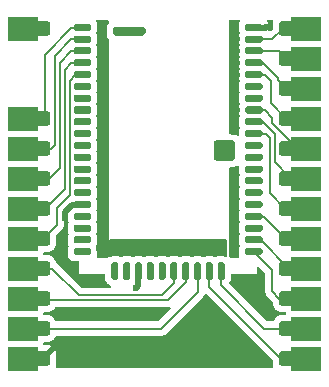
<source format=gtl>
G04 #@! TF.GenerationSoftware,KiCad,Pcbnew,9.0.1+1*
G04 #@! TF.CreationDate,2025-11-12T15:34:39+00:00*
G04 #@! TF.ProjectId,bluetooth,626c7565-746f-46f7-9468-2e6b69636164,rev?*
G04 #@! TF.SameCoordinates,Original*
G04 #@! TF.FileFunction,Copper,L1,Top*
G04 #@! TF.FilePolarity,Positive*
%FSLAX46Y46*%
G04 Gerber Fmt 4.6, Leading zero omitted, Abs format (unit mm)*
G04 Created by KiCad (PCBNEW 9.0.1+1) date 2025-11-12 15:34:39*
%MOMM*%
%LPD*%
G01*
G04 APERTURE LIST*
G04 #@! TA.AperFunction,CastellatedPad*
%ADD10R,2.540000X2.000000*%
G04 #@! TD*
G04 #@! TA.AperFunction,ViaPad*
%ADD11C,0.600000*%
G04 #@! TD*
G04 #@! TA.AperFunction,Conductor*
%ADD12C,0.200000*%
G04 #@! TD*
G04 #@! TA.AperFunction,Conductor*
%ADD13C,0.500000*%
G04 #@! TD*
G04 APERTURE END LIST*
G04 #@! TA.AperFunction,SMDPad,CuDef*
G36*
G01*
X101551000Y-57632000D02*
X101551000Y-57332000D01*
G75*
G02*
X101701000Y-57182000I150000J0D01*
G01*
X102901000Y-57182000D01*
G75*
G02*
X103051000Y-57332000I0J-150000D01*
G01*
X103051000Y-57632000D01*
G75*
G02*
X102901000Y-57782000I-150000J0D01*
G01*
X101701000Y-57782000D01*
G75*
G02*
X101551000Y-57632000I0J150000D01*
G01*
G37*
G04 #@! TD.AperFunction*
G04 #@! TA.AperFunction,SMDPad,CuDef*
G36*
G01*
X101551000Y-58632000D02*
X101551000Y-58332000D01*
G75*
G02*
X101701000Y-58182000I150000J0D01*
G01*
X102901000Y-58182000D01*
G75*
G02*
X103051000Y-58332000I0J-150000D01*
G01*
X103051000Y-58632000D01*
G75*
G02*
X102901000Y-58782000I-150000J0D01*
G01*
X101701000Y-58782000D01*
G75*
G02*
X101551000Y-58632000I0J150000D01*
G01*
G37*
G04 #@! TD.AperFunction*
G04 #@! TA.AperFunction,SMDPad,CuDef*
G36*
G01*
X101551000Y-59632000D02*
X101551000Y-59332000D01*
G75*
G02*
X101701000Y-59182000I150000J0D01*
G01*
X102901000Y-59182000D01*
G75*
G02*
X103051000Y-59332000I0J-150000D01*
G01*
X103051000Y-59632000D01*
G75*
G02*
X102901000Y-59782000I-150000J0D01*
G01*
X101701000Y-59782000D01*
G75*
G02*
X101551000Y-59632000I0J150000D01*
G01*
G37*
G04 #@! TD.AperFunction*
G04 #@! TA.AperFunction,SMDPad,CuDef*
G36*
G01*
X101551000Y-60632000D02*
X101551000Y-60332000D01*
G75*
G02*
X101701000Y-60182000I150000J0D01*
G01*
X102901000Y-60182000D01*
G75*
G02*
X103051000Y-60332000I0J-150000D01*
G01*
X103051000Y-60632000D01*
G75*
G02*
X102901000Y-60782000I-150000J0D01*
G01*
X101701000Y-60782000D01*
G75*
G02*
X101551000Y-60632000I0J150000D01*
G01*
G37*
G04 #@! TD.AperFunction*
G04 #@! TA.AperFunction,SMDPad,CuDef*
G36*
G01*
X101551000Y-61632000D02*
X101551000Y-61332000D01*
G75*
G02*
X101701000Y-61182000I150000J0D01*
G01*
X102901000Y-61182000D01*
G75*
G02*
X103051000Y-61332000I0J-150000D01*
G01*
X103051000Y-61632000D01*
G75*
G02*
X102901000Y-61782000I-150000J0D01*
G01*
X101701000Y-61782000D01*
G75*
G02*
X101551000Y-61632000I0J150000D01*
G01*
G37*
G04 #@! TD.AperFunction*
G04 #@! TA.AperFunction,SMDPad,CuDef*
G36*
G01*
X101551000Y-62632000D02*
X101551000Y-62332000D01*
G75*
G02*
X101701000Y-62182000I150000J0D01*
G01*
X102901000Y-62182000D01*
G75*
G02*
X103051000Y-62332000I0J-150000D01*
G01*
X103051000Y-62632000D01*
G75*
G02*
X102901000Y-62782000I-150000J0D01*
G01*
X101701000Y-62782000D01*
G75*
G02*
X101551000Y-62632000I0J150000D01*
G01*
G37*
G04 #@! TD.AperFunction*
G04 #@! TA.AperFunction,SMDPad,CuDef*
G36*
G01*
X101551000Y-63632000D02*
X101551000Y-63332000D01*
G75*
G02*
X101701000Y-63182000I150000J0D01*
G01*
X102901000Y-63182000D01*
G75*
G02*
X103051000Y-63332000I0J-150000D01*
G01*
X103051000Y-63632000D01*
G75*
G02*
X102901000Y-63782000I-150000J0D01*
G01*
X101701000Y-63782000D01*
G75*
G02*
X101551000Y-63632000I0J150000D01*
G01*
G37*
G04 #@! TD.AperFunction*
G04 #@! TA.AperFunction,SMDPad,CuDef*
G36*
G01*
X101551000Y-64632000D02*
X101551000Y-64332000D01*
G75*
G02*
X101701000Y-64182000I150000J0D01*
G01*
X102901000Y-64182000D01*
G75*
G02*
X103051000Y-64332000I0J-150000D01*
G01*
X103051000Y-64632000D01*
G75*
G02*
X102901000Y-64782000I-150000J0D01*
G01*
X101701000Y-64782000D01*
G75*
G02*
X101551000Y-64632000I0J150000D01*
G01*
G37*
G04 #@! TD.AperFunction*
G04 #@! TA.AperFunction,SMDPad,CuDef*
G36*
G01*
X101551000Y-65632000D02*
X101551000Y-65332000D01*
G75*
G02*
X101701000Y-65182000I150000J0D01*
G01*
X102901000Y-65182000D01*
G75*
G02*
X103051000Y-65332000I0J-150000D01*
G01*
X103051000Y-65632000D01*
G75*
G02*
X102901000Y-65782000I-150000J0D01*
G01*
X101701000Y-65782000D01*
G75*
G02*
X101551000Y-65632000I0J150000D01*
G01*
G37*
G04 #@! TD.AperFunction*
G04 #@! TA.AperFunction,SMDPad,CuDef*
G36*
G01*
X101551000Y-66632000D02*
X101551000Y-66332000D01*
G75*
G02*
X101701000Y-66182000I150000J0D01*
G01*
X102901000Y-66182000D01*
G75*
G02*
X103051000Y-66332000I0J-150000D01*
G01*
X103051000Y-66632000D01*
G75*
G02*
X102901000Y-66782000I-150000J0D01*
G01*
X101701000Y-66782000D01*
G75*
G02*
X101551000Y-66632000I0J150000D01*
G01*
G37*
G04 #@! TD.AperFunction*
G04 #@! TA.AperFunction,SMDPad,CuDef*
G36*
G01*
X101551000Y-67632000D02*
X101551000Y-67332000D01*
G75*
G02*
X101701000Y-67182000I150000J0D01*
G01*
X102901000Y-67182000D01*
G75*
G02*
X103051000Y-67332000I0J-150000D01*
G01*
X103051000Y-67632000D01*
G75*
G02*
X102901000Y-67782000I-150000J0D01*
G01*
X101701000Y-67782000D01*
G75*
G02*
X101551000Y-67632000I0J150000D01*
G01*
G37*
G04 #@! TD.AperFunction*
G04 #@! TA.AperFunction,SMDPad,CuDef*
G36*
G01*
X101551000Y-68632000D02*
X101551000Y-68332000D01*
G75*
G02*
X101701000Y-68182000I150000J0D01*
G01*
X102901000Y-68182000D01*
G75*
G02*
X103051000Y-68332000I0J-150000D01*
G01*
X103051000Y-68632000D01*
G75*
G02*
X102901000Y-68782000I-150000J0D01*
G01*
X101701000Y-68782000D01*
G75*
G02*
X101551000Y-68632000I0J150000D01*
G01*
G37*
G04 #@! TD.AperFunction*
G04 #@! TA.AperFunction,SMDPad,CuDef*
G36*
G01*
X101551000Y-69632000D02*
X101551000Y-69332000D01*
G75*
G02*
X101701000Y-69182000I150000J0D01*
G01*
X102901000Y-69182000D01*
G75*
G02*
X103051000Y-69332000I0J-150000D01*
G01*
X103051000Y-69632000D01*
G75*
G02*
X102901000Y-69782000I-150000J0D01*
G01*
X101701000Y-69782000D01*
G75*
G02*
X101551000Y-69632000I0J150000D01*
G01*
G37*
G04 #@! TD.AperFunction*
G04 #@! TA.AperFunction,SMDPad,CuDef*
G36*
G01*
X101551000Y-70632000D02*
X101551000Y-70332000D01*
G75*
G02*
X101701000Y-70182000I150000J0D01*
G01*
X102901000Y-70182000D01*
G75*
G02*
X103051000Y-70332000I0J-150000D01*
G01*
X103051000Y-70632000D01*
G75*
G02*
X102901000Y-70782000I-150000J0D01*
G01*
X101701000Y-70782000D01*
G75*
G02*
X101551000Y-70632000I0J150000D01*
G01*
G37*
G04 #@! TD.AperFunction*
G04 #@! TA.AperFunction,SMDPad,CuDef*
G36*
G01*
X101551000Y-71632000D02*
X101551000Y-71332000D01*
G75*
G02*
X101701000Y-71182000I150000J0D01*
G01*
X102901000Y-71182000D01*
G75*
G02*
X103051000Y-71332000I0J-150000D01*
G01*
X103051000Y-71632000D01*
G75*
G02*
X102901000Y-71782000I-150000J0D01*
G01*
X101701000Y-71782000D01*
G75*
G02*
X101551000Y-71632000I0J150000D01*
G01*
G37*
G04 #@! TD.AperFunction*
G04 #@! TA.AperFunction,SMDPad,CuDef*
G36*
G01*
X101551000Y-72632000D02*
X101551000Y-72332000D01*
G75*
G02*
X101701000Y-72182000I150000J0D01*
G01*
X102901000Y-72182000D01*
G75*
G02*
X103051000Y-72332000I0J-150000D01*
G01*
X103051000Y-72632000D01*
G75*
G02*
X102901000Y-72782000I-150000J0D01*
G01*
X101701000Y-72782000D01*
G75*
G02*
X101551000Y-72632000I0J150000D01*
G01*
G37*
G04 #@! TD.AperFunction*
G04 #@! TA.AperFunction,SMDPad,CuDef*
G36*
G01*
X101551000Y-73632000D02*
X101551000Y-73332000D01*
G75*
G02*
X101701000Y-73182000I150000J0D01*
G01*
X102901000Y-73182000D01*
G75*
G02*
X103051000Y-73332000I0J-150000D01*
G01*
X103051000Y-73632000D01*
G75*
G02*
X102901000Y-73782000I-150000J0D01*
G01*
X101701000Y-73782000D01*
G75*
G02*
X101551000Y-73632000I0J150000D01*
G01*
G37*
G04 #@! TD.AperFunction*
G04 #@! TA.AperFunction,SMDPad,CuDef*
G36*
G01*
X101551000Y-74632000D02*
X101551000Y-74332000D01*
G75*
G02*
X101701000Y-74182000I150000J0D01*
G01*
X102901000Y-74182000D01*
G75*
G02*
X103051000Y-74332000I0J-150000D01*
G01*
X103051000Y-74632000D01*
G75*
G02*
X102901000Y-74782000I-150000J0D01*
G01*
X101701000Y-74782000D01*
G75*
G02*
X101551000Y-74632000I0J150000D01*
G01*
G37*
G04 #@! TD.AperFunction*
G04 #@! TA.AperFunction,SMDPad,CuDef*
G36*
G01*
X101551000Y-75632000D02*
X101551000Y-75332000D01*
G75*
G02*
X101701000Y-75182000I150000J0D01*
G01*
X102901000Y-75182000D01*
G75*
G02*
X103051000Y-75332000I0J-150000D01*
G01*
X103051000Y-75632000D01*
G75*
G02*
X102901000Y-75782000I-150000J0D01*
G01*
X101701000Y-75782000D01*
G75*
G02*
X101551000Y-75632000I0J150000D01*
G01*
G37*
G04 #@! TD.AperFunction*
G04 #@! TA.AperFunction,SMDPad,CuDef*
G36*
G01*
X101551000Y-76632000D02*
X101551000Y-76332000D01*
G75*
G02*
X101701000Y-76182000I150000J0D01*
G01*
X102901000Y-76182000D01*
G75*
G02*
X103051000Y-76332000I0J-150000D01*
G01*
X103051000Y-76632000D01*
G75*
G02*
X102901000Y-76782000I-150000J0D01*
G01*
X101701000Y-76782000D01*
G75*
G02*
X101551000Y-76632000I0J150000D01*
G01*
G37*
G04 #@! TD.AperFunction*
G04 #@! TA.AperFunction,SMDPad,CuDef*
G36*
G01*
X104751000Y-78732000D02*
X104751000Y-77532000D01*
G75*
G02*
X104901000Y-77382000I150000J0D01*
G01*
X105201000Y-77382000D01*
G75*
G02*
X105351000Y-77532000I0J-150000D01*
G01*
X105351000Y-78732000D01*
G75*
G02*
X105201000Y-78882000I-150000J0D01*
G01*
X104901000Y-78882000D01*
G75*
G02*
X104751000Y-78732000I0J150000D01*
G01*
G37*
G04 #@! TD.AperFunction*
G04 #@! TA.AperFunction,SMDPad,CuDef*
G36*
G01*
X105751000Y-78732000D02*
X105751000Y-77532000D01*
G75*
G02*
X105901000Y-77382000I150000J0D01*
G01*
X106201000Y-77382000D01*
G75*
G02*
X106351000Y-77532000I0J-150000D01*
G01*
X106351000Y-78732000D01*
G75*
G02*
X106201000Y-78882000I-150000J0D01*
G01*
X105901000Y-78882000D01*
G75*
G02*
X105751000Y-78732000I0J150000D01*
G01*
G37*
G04 #@! TD.AperFunction*
G04 #@! TA.AperFunction,SMDPad,CuDef*
G36*
G01*
X106751000Y-78732000D02*
X106751000Y-77532000D01*
G75*
G02*
X106901000Y-77382000I150000J0D01*
G01*
X107201000Y-77382000D01*
G75*
G02*
X107351000Y-77532000I0J-150000D01*
G01*
X107351000Y-78732000D01*
G75*
G02*
X107201000Y-78882000I-150000J0D01*
G01*
X106901000Y-78882000D01*
G75*
G02*
X106751000Y-78732000I0J150000D01*
G01*
G37*
G04 #@! TD.AperFunction*
G04 #@! TA.AperFunction,SMDPad,CuDef*
G36*
G01*
X107751000Y-78732000D02*
X107751000Y-77532000D01*
G75*
G02*
X107901000Y-77382000I150000J0D01*
G01*
X108201000Y-77382000D01*
G75*
G02*
X108351000Y-77532000I0J-150000D01*
G01*
X108351000Y-78732000D01*
G75*
G02*
X108201000Y-78882000I-150000J0D01*
G01*
X107901000Y-78882000D01*
G75*
G02*
X107751000Y-78732000I0J150000D01*
G01*
G37*
G04 #@! TD.AperFunction*
G04 #@! TA.AperFunction,SMDPad,CuDef*
G36*
G01*
X108751000Y-78732000D02*
X108751000Y-77532000D01*
G75*
G02*
X108901000Y-77382000I150000J0D01*
G01*
X109201000Y-77382000D01*
G75*
G02*
X109351000Y-77532000I0J-150000D01*
G01*
X109351000Y-78732000D01*
G75*
G02*
X109201000Y-78882000I-150000J0D01*
G01*
X108901000Y-78882000D01*
G75*
G02*
X108751000Y-78732000I0J150000D01*
G01*
G37*
G04 #@! TD.AperFunction*
G04 #@! TA.AperFunction,SMDPad,CuDef*
G36*
G01*
X109751000Y-78732000D02*
X109751000Y-77532000D01*
G75*
G02*
X109901000Y-77382000I150000J0D01*
G01*
X110201000Y-77382000D01*
G75*
G02*
X110351000Y-77532000I0J-150000D01*
G01*
X110351000Y-78732000D01*
G75*
G02*
X110201000Y-78882000I-150000J0D01*
G01*
X109901000Y-78882000D01*
G75*
G02*
X109751000Y-78732000I0J150000D01*
G01*
G37*
G04 #@! TD.AperFunction*
G04 #@! TA.AperFunction,SMDPad,CuDef*
G36*
G01*
X110751000Y-78732000D02*
X110751000Y-77532000D01*
G75*
G02*
X110901000Y-77382000I150000J0D01*
G01*
X111201000Y-77382000D01*
G75*
G02*
X111351000Y-77532000I0J-150000D01*
G01*
X111351000Y-78732000D01*
G75*
G02*
X111201000Y-78882000I-150000J0D01*
G01*
X110901000Y-78882000D01*
G75*
G02*
X110751000Y-78732000I0J150000D01*
G01*
G37*
G04 #@! TD.AperFunction*
G04 #@! TA.AperFunction,SMDPad,CuDef*
G36*
G01*
X111751000Y-78732000D02*
X111751000Y-77532000D01*
G75*
G02*
X111901000Y-77382000I150000J0D01*
G01*
X112201000Y-77382000D01*
G75*
G02*
X112351000Y-77532000I0J-150000D01*
G01*
X112351000Y-78732000D01*
G75*
G02*
X112201000Y-78882000I-150000J0D01*
G01*
X111901000Y-78882000D01*
G75*
G02*
X111751000Y-78732000I0J150000D01*
G01*
G37*
G04 #@! TD.AperFunction*
G04 #@! TA.AperFunction,SMDPad,CuDef*
G36*
G01*
X112751000Y-78732000D02*
X112751000Y-77532000D01*
G75*
G02*
X112901000Y-77382000I150000J0D01*
G01*
X113201000Y-77382000D01*
G75*
G02*
X113351000Y-77532000I0J-150000D01*
G01*
X113351000Y-78732000D01*
G75*
G02*
X113201000Y-78882000I-150000J0D01*
G01*
X112901000Y-78882000D01*
G75*
G02*
X112751000Y-78732000I0J150000D01*
G01*
G37*
G04 #@! TD.AperFunction*
G04 #@! TA.AperFunction,SMDPad,CuDef*
G36*
G01*
X113751000Y-78732000D02*
X113751000Y-77532000D01*
G75*
G02*
X113901000Y-77382000I150000J0D01*
G01*
X114201000Y-77382000D01*
G75*
G02*
X114351000Y-77532000I0J-150000D01*
G01*
X114351000Y-78732000D01*
G75*
G02*
X114201000Y-78882000I-150000J0D01*
G01*
X113901000Y-78882000D01*
G75*
G02*
X113751000Y-78732000I0J150000D01*
G01*
G37*
G04 #@! TD.AperFunction*
G04 #@! TA.AperFunction,SMDPad,CuDef*
G36*
G01*
X116051000Y-76632000D02*
X116051000Y-76332000D01*
G75*
G02*
X116201000Y-76182000I150000J0D01*
G01*
X117401000Y-76182000D01*
G75*
G02*
X117551000Y-76332000I0J-150000D01*
G01*
X117551000Y-76632000D01*
G75*
G02*
X117401000Y-76782000I-150000J0D01*
G01*
X116201000Y-76782000D01*
G75*
G02*
X116051000Y-76632000I0J150000D01*
G01*
G37*
G04 #@! TD.AperFunction*
G04 #@! TA.AperFunction,SMDPad,CuDef*
G36*
G01*
X116051000Y-75632000D02*
X116051000Y-75332000D01*
G75*
G02*
X116201000Y-75182000I150000J0D01*
G01*
X117401000Y-75182000D01*
G75*
G02*
X117551000Y-75332000I0J-150000D01*
G01*
X117551000Y-75632000D01*
G75*
G02*
X117401000Y-75782000I-150000J0D01*
G01*
X116201000Y-75782000D01*
G75*
G02*
X116051000Y-75632000I0J150000D01*
G01*
G37*
G04 #@! TD.AperFunction*
G04 #@! TA.AperFunction,SMDPad,CuDef*
G36*
G01*
X116051000Y-74632000D02*
X116051000Y-74332000D01*
G75*
G02*
X116201000Y-74182000I150000J0D01*
G01*
X117401000Y-74182000D01*
G75*
G02*
X117551000Y-74332000I0J-150000D01*
G01*
X117551000Y-74632000D01*
G75*
G02*
X117401000Y-74782000I-150000J0D01*
G01*
X116201000Y-74782000D01*
G75*
G02*
X116051000Y-74632000I0J150000D01*
G01*
G37*
G04 #@! TD.AperFunction*
G04 #@! TA.AperFunction,SMDPad,CuDef*
G36*
G01*
X116051000Y-73632000D02*
X116051000Y-73332000D01*
G75*
G02*
X116201000Y-73182000I150000J0D01*
G01*
X117401000Y-73182000D01*
G75*
G02*
X117551000Y-73332000I0J-150000D01*
G01*
X117551000Y-73632000D01*
G75*
G02*
X117401000Y-73782000I-150000J0D01*
G01*
X116201000Y-73782000D01*
G75*
G02*
X116051000Y-73632000I0J150000D01*
G01*
G37*
G04 #@! TD.AperFunction*
G04 #@! TA.AperFunction,SMDPad,CuDef*
G36*
G01*
X116051000Y-72632000D02*
X116051000Y-72332000D01*
G75*
G02*
X116201000Y-72182000I150000J0D01*
G01*
X117401000Y-72182000D01*
G75*
G02*
X117551000Y-72332000I0J-150000D01*
G01*
X117551000Y-72632000D01*
G75*
G02*
X117401000Y-72782000I-150000J0D01*
G01*
X116201000Y-72782000D01*
G75*
G02*
X116051000Y-72632000I0J150000D01*
G01*
G37*
G04 #@! TD.AperFunction*
G04 #@! TA.AperFunction,SMDPad,CuDef*
G36*
G01*
X116051000Y-71632000D02*
X116051000Y-71332000D01*
G75*
G02*
X116201000Y-71182000I150000J0D01*
G01*
X117401000Y-71182000D01*
G75*
G02*
X117551000Y-71332000I0J-150000D01*
G01*
X117551000Y-71632000D01*
G75*
G02*
X117401000Y-71782000I-150000J0D01*
G01*
X116201000Y-71782000D01*
G75*
G02*
X116051000Y-71632000I0J150000D01*
G01*
G37*
G04 #@! TD.AperFunction*
G04 #@! TA.AperFunction,SMDPad,CuDef*
G36*
G01*
X116051000Y-70632000D02*
X116051000Y-70332000D01*
G75*
G02*
X116201000Y-70182000I150000J0D01*
G01*
X117401000Y-70182000D01*
G75*
G02*
X117551000Y-70332000I0J-150000D01*
G01*
X117551000Y-70632000D01*
G75*
G02*
X117401000Y-70782000I-150000J0D01*
G01*
X116201000Y-70782000D01*
G75*
G02*
X116051000Y-70632000I0J150000D01*
G01*
G37*
G04 #@! TD.AperFunction*
G04 #@! TA.AperFunction,SMDPad,CuDef*
G36*
G01*
X116051000Y-69632000D02*
X116051000Y-69332000D01*
G75*
G02*
X116201000Y-69182000I150000J0D01*
G01*
X117401000Y-69182000D01*
G75*
G02*
X117551000Y-69332000I0J-150000D01*
G01*
X117551000Y-69632000D01*
G75*
G02*
X117401000Y-69782000I-150000J0D01*
G01*
X116201000Y-69782000D01*
G75*
G02*
X116051000Y-69632000I0J150000D01*
G01*
G37*
G04 #@! TD.AperFunction*
G04 #@! TA.AperFunction,SMDPad,CuDef*
G36*
G01*
X116051000Y-68632000D02*
X116051000Y-68332000D01*
G75*
G02*
X116201000Y-68182000I150000J0D01*
G01*
X117401000Y-68182000D01*
G75*
G02*
X117551000Y-68332000I0J-150000D01*
G01*
X117551000Y-68632000D01*
G75*
G02*
X117401000Y-68782000I-150000J0D01*
G01*
X116201000Y-68782000D01*
G75*
G02*
X116051000Y-68632000I0J150000D01*
G01*
G37*
G04 #@! TD.AperFunction*
G04 #@! TA.AperFunction,SMDPad,CuDef*
G36*
G01*
X116051000Y-67632000D02*
X116051000Y-67332000D01*
G75*
G02*
X116201000Y-67182000I150000J0D01*
G01*
X117401000Y-67182000D01*
G75*
G02*
X117551000Y-67332000I0J-150000D01*
G01*
X117551000Y-67632000D01*
G75*
G02*
X117401000Y-67782000I-150000J0D01*
G01*
X116201000Y-67782000D01*
G75*
G02*
X116051000Y-67632000I0J150000D01*
G01*
G37*
G04 #@! TD.AperFunction*
G04 #@! TA.AperFunction,SMDPad,CuDef*
G36*
G01*
X116051000Y-66632000D02*
X116051000Y-66332000D01*
G75*
G02*
X116201000Y-66182000I150000J0D01*
G01*
X117401000Y-66182000D01*
G75*
G02*
X117551000Y-66332000I0J-150000D01*
G01*
X117551000Y-66632000D01*
G75*
G02*
X117401000Y-66782000I-150000J0D01*
G01*
X116201000Y-66782000D01*
G75*
G02*
X116051000Y-66632000I0J150000D01*
G01*
G37*
G04 #@! TD.AperFunction*
G04 #@! TA.AperFunction,SMDPad,CuDef*
G36*
G01*
X116051000Y-65632000D02*
X116051000Y-65332000D01*
G75*
G02*
X116201000Y-65182000I150000J0D01*
G01*
X117401000Y-65182000D01*
G75*
G02*
X117551000Y-65332000I0J-150000D01*
G01*
X117551000Y-65632000D01*
G75*
G02*
X117401000Y-65782000I-150000J0D01*
G01*
X116201000Y-65782000D01*
G75*
G02*
X116051000Y-65632000I0J150000D01*
G01*
G37*
G04 #@! TD.AperFunction*
G04 #@! TA.AperFunction,SMDPad,CuDef*
G36*
G01*
X116051000Y-64632000D02*
X116051000Y-64332000D01*
G75*
G02*
X116201000Y-64182000I150000J0D01*
G01*
X117401000Y-64182000D01*
G75*
G02*
X117551000Y-64332000I0J-150000D01*
G01*
X117551000Y-64632000D01*
G75*
G02*
X117401000Y-64782000I-150000J0D01*
G01*
X116201000Y-64782000D01*
G75*
G02*
X116051000Y-64632000I0J150000D01*
G01*
G37*
G04 #@! TD.AperFunction*
G04 #@! TA.AperFunction,SMDPad,CuDef*
G36*
G01*
X116051000Y-63632000D02*
X116051000Y-63332000D01*
G75*
G02*
X116201000Y-63182000I150000J0D01*
G01*
X117401000Y-63182000D01*
G75*
G02*
X117551000Y-63332000I0J-150000D01*
G01*
X117551000Y-63632000D01*
G75*
G02*
X117401000Y-63782000I-150000J0D01*
G01*
X116201000Y-63782000D01*
G75*
G02*
X116051000Y-63632000I0J150000D01*
G01*
G37*
G04 #@! TD.AperFunction*
G04 #@! TA.AperFunction,SMDPad,CuDef*
G36*
G01*
X116051000Y-62632000D02*
X116051000Y-62332000D01*
G75*
G02*
X116201000Y-62182000I150000J0D01*
G01*
X117401000Y-62182000D01*
G75*
G02*
X117551000Y-62332000I0J-150000D01*
G01*
X117551000Y-62632000D01*
G75*
G02*
X117401000Y-62782000I-150000J0D01*
G01*
X116201000Y-62782000D01*
G75*
G02*
X116051000Y-62632000I0J150000D01*
G01*
G37*
G04 #@! TD.AperFunction*
G04 #@! TA.AperFunction,SMDPad,CuDef*
G36*
G01*
X116051000Y-61632000D02*
X116051000Y-61332000D01*
G75*
G02*
X116201000Y-61182000I150000J0D01*
G01*
X117401000Y-61182000D01*
G75*
G02*
X117551000Y-61332000I0J-150000D01*
G01*
X117551000Y-61632000D01*
G75*
G02*
X117401000Y-61782000I-150000J0D01*
G01*
X116201000Y-61782000D01*
G75*
G02*
X116051000Y-61632000I0J150000D01*
G01*
G37*
G04 #@! TD.AperFunction*
G04 #@! TA.AperFunction,SMDPad,CuDef*
G36*
G01*
X116051000Y-60632000D02*
X116051000Y-60332000D01*
G75*
G02*
X116201000Y-60182000I150000J0D01*
G01*
X117401000Y-60182000D01*
G75*
G02*
X117551000Y-60332000I0J-150000D01*
G01*
X117551000Y-60632000D01*
G75*
G02*
X117401000Y-60782000I-150000J0D01*
G01*
X116201000Y-60782000D01*
G75*
G02*
X116051000Y-60632000I0J150000D01*
G01*
G37*
G04 #@! TD.AperFunction*
G04 #@! TA.AperFunction,SMDPad,CuDef*
G36*
G01*
X116051000Y-59632000D02*
X116051000Y-59332000D01*
G75*
G02*
X116201000Y-59182000I150000J0D01*
G01*
X117401000Y-59182000D01*
G75*
G02*
X117551000Y-59332000I0J-150000D01*
G01*
X117551000Y-59632000D01*
G75*
G02*
X117401000Y-59782000I-150000J0D01*
G01*
X116201000Y-59782000D01*
G75*
G02*
X116051000Y-59632000I0J150000D01*
G01*
G37*
G04 #@! TD.AperFunction*
G04 #@! TA.AperFunction,SMDPad,CuDef*
G36*
G01*
X116051000Y-58632000D02*
X116051000Y-58332000D01*
G75*
G02*
X116201000Y-58182000I150000J0D01*
G01*
X117401000Y-58182000D01*
G75*
G02*
X117551000Y-58332000I0J-150000D01*
G01*
X117551000Y-58632000D01*
G75*
G02*
X117401000Y-58782000I-150000J0D01*
G01*
X116201000Y-58782000D01*
G75*
G02*
X116051000Y-58632000I0J150000D01*
G01*
G37*
G04 #@! TD.AperFunction*
G04 #@! TA.AperFunction,SMDPad,CuDef*
G36*
G01*
X116051000Y-57632000D02*
X116051000Y-57332000D01*
G75*
G02*
X116201000Y-57182000I150000J0D01*
G01*
X117401000Y-57182000D01*
G75*
G02*
X117551000Y-57332000I0J-150000D01*
G01*
X117551000Y-57632000D01*
G75*
G02*
X117401000Y-57782000I-150000J0D01*
G01*
X116201000Y-57782000D01*
G75*
G02*
X116051000Y-57632000I0J150000D01*
G01*
G37*
G04 #@! TD.AperFunction*
G04 #@! TA.AperFunction,SMDPad,CuDef*
G36*
G01*
X113431000Y-68552000D02*
X113431000Y-67272000D01*
G75*
G02*
X113681000Y-67022000I250000J0D01*
G01*
X114961000Y-67022000D01*
G75*
G02*
X115211000Y-67272000I0J-250000D01*
G01*
X115211000Y-68552000D01*
G75*
G02*
X114961000Y-68802000I-250000J0D01*
G01*
X113681000Y-68802000D01*
G75*
G02*
X113431000Y-68552000I0J250000D01*
G01*
G37*
G04 #@! TD.AperFunction*
G04 #@! TA.AperFunction,SMDPad,CuDef*
G36*
G01*
X104866000Y-57992000D02*
X104866000Y-57612000D01*
G75*
G02*
X105056000Y-57422000I190000J0D01*
G01*
X107466000Y-57422000D01*
G75*
G02*
X107656000Y-57612000I0J-190000D01*
G01*
X107656000Y-57992000D01*
G75*
G02*
X107466000Y-58182000I-190000J0D01*
G01*
X105056000Y-58182000D01*
G75*
G02*
X104866000Y-57992000I0J190000D01*
G01*
G37*
G04 #@! TD.AperFunction*
D10*
X97260000Y-57590000D03*
G04 #@! TA.AperFunction,ComponentPad*
G36*
G01*
X99585000Y-57215000D02*
X99585000Y-57965000D01*
G75*
G02*
X99335000Y-58215000I-250000J0D01*
G01*
X98585000Y-58215000D01*
G75*
G02*
X98335000Y-57965000I0J250000D01*
G01*
X98335000Y-57215000D01*
G75*
G02*
X98585000Y-56965000I250000J0D01*
G01*
X99335000Y-56965000D01*
G75*
G02*
X99585000Y-57215000I0J-250000D01*
G01*
G37*
G04 #@! TD.AperFunction*
X97260000Y-65210000D03*
G04 #@! TA.AperFunction,ComponentPad*
G36*
G01*
X99585000Y-64835000D02*
X99585000Y-65585000D01*
G75*
G02*
X99335000Y-65835000I-250000J0D01*
G01*
X98585000Y-65835000D01*
G75*
G02*
X98335000Y-65585000I0J250000D01*
G01*
X98335000Y-64835000D01*
G75*
G02*
X98585000Y-64585000I250000J0D01*
G01*
X99335000Y-64585000D01*
G75*
G02*
X99585000Y-64835000I0J-250000D01*
G01*
G37*
G04 #@! TD.AperFunction*
X97260000Y-67750000D03*
G04 #@! TA.AperFunction,ComponentPad*
G36*
G01*
X99585000Y-67375000D02*
X99585000Y-68125000D01*
G75*
G02*
X99335000Y-68375000I-250000J0D01*
G01*
X98585000Y-68375000D01*
G75*
G02*
X98335000Y-68125000I0J250000D01*
G01*
X98335000Y-67375000D01*
G75*
G02*
X98585000Y-67125000I250000J0D01*
G01*
X99335000Y-67125000D01*
G75*
G02*
X99585000Y-67375000I0J-250000D01*
G01*
G37*
G04 #@! TD.AperFunction*
X97260000Y-70290000D03*
G04 #@! TA.AperFunction,ComponentPad*
G36*
G01*
X99585000Y-69915000D02*
X99585000Y-70665000D01*
G75*
G02*
X99335000Y-70915000I-250000J0D01*
G01*
X98585000Y-70915000D01*
G75*
G02*
X98335000Y-70665000I0J250000D01*
G01*
X98335000Y-69915000D01*
G75*
G02*
X98585000Y-69665000I250000J0D01*
G01*
X99335000Y-69665000D01*
G75*
G02*
X99585000Y-69915000I0J-250000D01*
G01*
G37*
G04 #@! TD.AperFunction*
X97260000Y-72830000D03*
G04 #@! TA.AperFunction,ComponentPad*
G36*
G01*
X99585000Y-72455000D02*
X99585000Y-73205000D01*
G75*
G02*
X99335000Y-73455000I-250000J0D01*
G01*
X98585000Y-73455000D01*
G75*
G02*
X98335000Y-73205000I0J250000D01*
G01*
X98335000Y-72455000D01*
G75*
G02*
X98585000Y-72205000I250000J0D01*
G01*
X99335000Y-72205000D01*
G75*
G02*
X99585000Y-72455000I0J-250000D01*
G01*
G37*
G04 #@! TD.AperFunction*
X97260000Y-75370000D03*
G04 #@! TA.AperFunction,ComponentPad*
G36*
G01*
X99585000Y-74995000D02*
X99585000Y-75745000D01*
G75*
G02*
X99335000Y-75995000I-250000J0D01*
G01*
X98585000Y-75995000D01*
G75*
G02*
X98335000Y-75745000I0J250000D01*
G01*
X98335000Y-74995000D01*
G75*
G02*
X98585000Y-74745000I250000J0D01*
G01*
X99335000Y-74745000D01*
G75*
G02*
X99585000Y-74995000I0J-250000D01*
G01*
G37*
G04 #@! TD.AperFunction*
X97260000Y-77910000D03*
G04 #@! TA.AperFunction,ComponentPad*
G36*
G01*
X99585000Y-77535000D02*
X99585000Y-78285000D01*
G75*
G02*
X99335000Y-78535000I-250000J0D01*
G01*
X98585000Y-78535000D01*
G75*
G02*
X98335000Y-78285000I0J250000D01*
G01*
X98335000Y-77535000D01*
G75*
G02*
X98585000Y-77285000I250000J0D01*
G01*
X99335000Y-77285000D01*
G75*
G02*
X99585000Y-77535000I0J-250000D01*
G01*
G37*
G04 #@! TD.AperFunction*
X97260000Y-80450000D03*
G04 #@! TA.AperFunction,ComponentPad*
G36*
G01*
X99585000Y-80075000D02*
X99585000Y-80825000D01*
G75*
G02*
X99335000Y-81075000I-250000J0D01*
G01*
X98585000Y-81075000D01*
G75*
G02*
X98335000Y-80825000I0J250000D01*
G01*
X98335000Y-80075000D01*
G75*
G02*
X98585000Y-79825000I250000J0D01*
G01*
X99335000Y-79825000D01*
G75*
G02*
X99585000Y-80075000I0J-250000D01*
G01*
G37*
G04 #@! TD.AperFunction*
X97260000Y-82990000D03*
G04 #@! TA.AperFunction,ComponentPad*
G36*
G01*
X99585000Y-82615000D02*
X99585000Y-83365000D01*
G75*
G02*
X99335000Y-83615000I-250000J0D01*
G01*
X98585000Y-83615000D01*
G75*
G02*
X98335000Y-83365000I0J250000D01*
G01*
X98335000Y-82615000D01*
G75*
G02*
X98585000Y-82365000I250000J0D01*
G01*
X99335000Y-82365000D01*
G75*
G02*
X99585000Y-82615000I0J-250000D01*
G01*
G37*
G04 #@! TD.AperFunction*
X97260000Y-85530000D03*
G04 #@! TA.AperFunction,ComponentPad*
G36*
G01*
X99585000Y-85155000D02*
X99585000Y-85905000D01*
G75*
G02*
X99335000Y-86155000I-250000J0D01*
G01*
X98585000Y-86155000D01*
G75*
G02*
X98335000Y-85905000I0J250000D01*
G01*
X98335000Y-85155000D01*
G75*
G02*
X98585000Y-84905000I250000J0D01*
G01*
X99335000Y-84905000D01*
G75*
G02*
X99585000Y-85155000I0J-250000D01*
G01*
G37*
G04 #@! TD.AperFunction*
G04 #@! TA.AperFunction,ComponentPad*
G36*
G01*
X120185000Y-57215000D02*
X120185000Y-57965000D01*
G75*
G02*
X119935000Y-58215000I-250000J0D01*
G01*
X119185000Y-58215000D01*
G75*
G02*
X118935000Y-57965000I0J250000D01*
G01*
X118935000Y-57215000D01*
G75*
G02*
X119185000Y-56965000I250000J0D01*
G01*
X119935000Y-56965000D01*
G75*
G02*
X120185000Y-57215000I0J-250000D01*
G01*
G37*
G04 #@! TD.AperFunction*
X121260000Y-57590000D03*
G04 #@! TA.AperFunction,ComponentPad*
G36*
G01*
X120185000Y-59755000D02*
X120185000Y-60505000D01*
G75*
G02*
X119935000Y-60755000I-250000J0D01*
G01*
X119185000Y-60755000D01*
G75*
G02*
X118935000Y-60505000I0J250000D01*
G01*
X118935000Y-59755000D01*
G75*
G02*
X119185000Y-59505000I250000J0D01*
G01*
X119935000Y-59505000D01*
G75*
G02*
X120185000Y-59755000I0J-250000D01*
G01*
G37*
G04 #@! TD.AperFunction*
X121260000Y-60130000D03*
G04 #@! TA.AperFunction,ComponentPad*
G36*
G01*
X120185000Y-62295000D02*
X120185000Y-63045000D01*
G75*
G02*
X119935000Y-63295000I-250000J0D01*
G01*
X119185000Y-63295000D01*
G75*
G02*
X118935000Y-63045000I0J250000D01*
G01*
X118935000Y-62295000D01*
G75*
G02*
X119185000Y-62045000I250000J0D01*
G01*
X119935000Y-62045000D01*
G75*
G02*
X120185000Y-62295000I0J-250000D01*
G01*
G37*
G04 #@! TD.AperFunction*
X121260000Y-62670000D03*
G04 #@! TA.AperFunction,ComponentPad*
G36*
G01*
X120185000Y-64835000D02*
X120185000Y-65585000D01*
G75*
G02*
X119935000Y-65835000I-250000J0D01*
G01*
X119185000Y-65835000D01*
G75*
G02*
X118935000Y-65585000I0J250000D01*
G01*
X118935000Y-64835000D01*
G75*
G02*
X119185000Y-64585000I250000J0D01*
G01*
X119935000Y-64585000D01*
G75*
G02*
X120185000Y-64835000I0J-250000D01*
G01*
G37*
G04 #@! TD.AperFunction*
X121260000Y-65210000D03*
G04 #@! TA.AperFunction,ComponentPad*
G36*
G01*
X120185000Y-67375000D02*
X120185000Y-68125000D01*
G75*
G02*
X119935000Y-68375000I-250000J0D01*
G01*
X119185000Y-68375000D01*
G75*
G02*
X118935000Y-68125000I0J250000D01*
G01*
X118935000Y-67375000D01*
G75*
G02*
X119185000Y-67125000I250000J0D01*
G01*
X119935000Y-67125000D01*
G75*
G02*
X120185000Y-67375000I0J-250000D01*
G01*
G37*
G04 #@! TD.AperFunction*
X121260000Y-67750000D03*
G04 #@! TA.AperFunction,ComponentPad*
G36*
G01*
X120185000Y-69915000D02*
X120185000Y-70665000D01*
G75*
G02*
X119935000Y-70915000I-250000J0D01*
G01*
X119185000Y-70915000D01*
G75*
G02*
X118935000Y-70665000I0J250000D01*
G01*
X118935000Y-69915000D01*
G75*
G02*
X119185000Y-69665000I250000J0D01*
G01*
X119935000Y-69665000D01*
G75*
G02*
X120185000Y-69915000I0J-250000D01*
G01*
G37*
G04 #@! TD.AperFunction*
X121260000Y-70290000D03*
G04 #@! TA.AperFunction,ComponentPad*
G36*
G01*
X120185000Y-72455000D02*
X120185000Y-73205000D01*
G75*
G02*
X119935000Y-73455000I-250000J0D01*
G01*
X119185000Y-73455000D01*
G75*
G02*
X118935000Y-73205000I0J250000D01*
G01*
X118935000Y-72455000D01*
G75*
G02*
X119185000Y-72205000I250000J0D01*
G01*
X119935000Y-72205000D01*
G75*
G02*
X120185000Y-72455000I0J-250000D01*
G01*
G37*
G04 #@! TD.AperFunction*
X121260000Y-72830000D03*
G04 #@! TA.AperFunction,ComponentPad*
G36*
G01*
X120185000Y-74995000D02*
X120185000Y-75745000D01*
G75*
G02*
X119935000Y-75995000I-250000J0D01*
G01*
X119185000Y-75995000D01*
G75*
G02*
X118935000Y-75745000I0J250000D01*
G01*
X118935000Y-74995000D01*
G75*
G02*
X119185000Y-74745000I250000J0D01*
G01*
X119935000Y-74745000D01*
G75*
G02*
X120185000Y-74995000I0J-250000D01*
G01*
G37*
G04 #@! TD.AperFunction*
X121260000Y-75370000D03*
G04 #@! TA.AperFunction,ComponentPad*
G36*
G01*
X120185000Y-77535000D02*
X120185000Y-78285000D01*
G75*
G02*
X119935000Y-78535000I-250000J0D01*
G01*
X119185000Y-78535000D01*
G75*
G02*
X118935000Y-78285000I0J250000D01*
G01*
X118935000Y-77535000D01*
G75*
G02*
X119185000Y-77285000I250000J0D01*
G01*
X119935000Y-77285000D01*
G75*
G02*
X120185000Y-77535000I0J-250000D01*
G01*
G37*
G04 #@! TD.AperFunction*
X121260000Y-77910000D03*
G04 #@! TA.AperFunction,ComponentPad*
G36*
G01*
X120185000Y-80075000D02*
X120185000Y-80825000D01*
G75*
G02*
X119935000Y-81075000I-250000J0D01*
G01*
X119185000Y-81075000D01*
G75*
G02*
X118935000Y-80825000I0J250000D01*
G01*
X118935000Y-80075000D01*
G75*
G02*
X119185000Y-79825000I250000J0D01*
G01*
X119935000Y-79825000D01*
G75*
G02*
X120185000Y-80075000I0J-250000D01*
G01*
G37*
G04 #@! TD.AperFunction*
X121260000Y-80450000D03*
G04 #@! TA.AperFunction,ComponentPad*
G36*
G01*
X120185000Y-82615000D02*
X120185000Y-83365000D01*
G75*
G02*
X119935000Y-83615000I-250000J0D01*
G01*
X119185000Y-83615000D01*
G75*
G02*
X118935000Y-83365000I0J250000D01*
G01*
X118935000Y-82615000D01*
G75*
G02*
X119185000Y-82365000I250000J0D01*
G01*
X119935000Y-82365000D01*
G75*
G02*
X120185000Y-82615000I0J-250000D01*
G01*
G37*
G04 #@! TD.AperFunction*
X121260000Y-82990000D03*
G04 #@! TA.AperFunction,ComponentPad*
G36*
G01*
X120185000Y-85155000D02*
X120185000Y-85905000D01*
G75*
G02*
X119935000Y-86155000I-250000J0D01*
G01*
X119185000Y-86155000D01*
G75*
G02*
X118935000Y-85905000I0J250000D01*
G01*
X118935000Y-85155000D01*
G75*
G02*
X119185000Y-84905000I250000J0D01*
G01*
X119935000Y-84905000D01*
G75*
G02*
X120185000Y-85155000I0J-250000D01*
G01*
G37*
G04 #@! TD.AperFunction*
X121260000Y-85530000D03*
D11*
X103831000Y-61362000D03*
X115391000Y-59512000D03*
X100801000Y-73642000D03*
X107321000Y-81862000D03*
X103831000Y-60432000D03*
X115111000Y-65502000D03*
X112111000Y-76432000D03*
X110001000Y-76472000D03*
X114143000Y-67943000D03*
X101841000Y-81912000D03*
X114821000Y-82992000D03*
X104661000Y-85402000D03*
X103811000Y-57652000D03*
X115271000Y-76452000D03*
X100976000Y-84667000D03*
X103471000Y-81912000D03*
X115041000Y-73482000D03*
X117271000Y-80842000D03*
X103811000Y-72462000D03*
X112951000Y-81712000D03*
X115391000Y-61482000D03*
X106261000Y-57802000D03*
X117893000Y-57463000D03*
X103741000Y-76182000D03*
X115391000Y-60522000D03*
X107941000Y-76462000D03*
X115201000Y-75242000D03*
X115381000Y-58512000D03*
X115131000Y-66322000D03*
X103751000Y-67542000D03*
X112991000Y-76492000D03*
X115391000Y-64522000D03*
X114851000Y-85432000D03*
X111041000Y-76472000D03*
X111361000Y-82852000D03*
X103831000Y-59372000D03*
X114011000Y-76422000D03*
X106844000Y-79561000D03*
D12*
X118943000Y-59513000D02*
X116832000Y-59513000D01*
X119560000Y-60130000D02*
X118943000Y-59513000D01*
X116832000Y-59513000D02*
X116801000Y-59482000D01*
X120560000Y-60130000D02*
X119560000Y-60130000D01*
X120560000Y-85530000D02*
X119090000Y-85530000D01*
X113051000Y-79491000D02*
X113051000Y-78132000D01*
X119090000Y-85530000D02*
X113051000Y-79491000D01*
X119293000Y-57590000D02*
X118370000Y-58513000D01*
X116832000Y-58513000D02*
X116801000Y-58482000D01*
X118370000Y-58513000D02*
X116832000Y-58513000D01*
X120560000Y-57590000D02*
X119293000Y-57590000D01*
X116832000Y-73513000D02*
X116801000Y-73482000D01*
X120560000Y-75370000D02*
X119560000Y-75370000D01*
X119499000Y-75370000D02*
X117642000Y-73513000D01*
X119560000Y-75370000D02*
X119499000Y-75370000D01*
X117642000Y-73513000D02*
X116832000Y-73513000D01*
X119560000Y-72830000D02*
X119479000Y-72830000D01*
X116832000Y-66513000D02*
X116801000Y-66482000D01*
X118191000Y-71542000D02*
X118191000Y-66862000D01*
X117842000Y-66513000D02*
X116832000Y-66513000D01*
X119479000Y-72830000D02*
X118191000Y-71542000D01*
X120560000Y-72830000D02*
X119560000Y-72830000D01*
X118191000Y-66862000D02*
X117842000Y-66513000D01*
X118841000Y-61752000D02*
X117602000Y-60513000D01*
X118841000Y-61951000D02*
X118841000Y-61752000D01*
X119560000Y-62670000D02*
X118841000Y-61951000D01*
X116832000Y-60513000D02*
X116801000Y-60482000D01*
X117602000Y-60513000D02*
X116832000Y-60513000D01*
X120560000Y-62670000D02*
X119560000Y-62670000D01*
X116832000Y-61513000D02*
X116801000Y-61482000D01*
X117752000Y-61513000D02*
X116832000Y-61513000D01*
X118261000Y-63911000D02*
X118261000Y-62022000D01*
X119560000Y-65210000D02*
X118261000Y-63911000D01*
X118261000Y-62022000D02*
X117752000Y-61513000D01*
X120560000Y-65210000D02*
X119560000Y-65210000D01*
X97960000Y-65210000D02*
X98081000Y-65210000D01*
X99097000Y-65073000D02*
X99097000Y-59789001D01*
X101373001Y-57513000D02*
X102270000Y-57513000D01*
X102270000Y-57513000D02*
X102301000Y-57482000D01*
X99097000Y-59789001D02*
X101373001Y-57513000D01*
X98960000Y-65210000D02*
X99097000Y-65073000D01*
D13*
X116801000Y-57482000D02*
X116832000Y-57513000D01*
X117843000Y-57513000D02*
X117893000Y-57463000D01*
X102270000Y-72513000D02*
X102301000Y-72482000D01*
X100801000Y-73642000D02*
X100801000Y-73122000D01*
X116832000Y-57513000D02*
X117843000Y-57513000D01*
X100801000Y-73122000D02*
X101410000Y-72513000D01*
X101410000Y-72513000D02*
X102270000Y-72513000D01*
D12*
X111061000Y-79052000D02*
X111061000Y-78142000D01*
X111061000Y-78142000D02*
X111051000Y-78132000D01*
X109552000Y-80561000D02*
X111061000Y-79052000D01*
X97960000Y-80450000D02*
X98071000Y-80561000D01*
X98071000Y-80561000D02*
X109552000Y-80561000D01*
X114051000Y-79332000D02*
X114051000Y-78132000D01*
X117709000Y-82990000D02*
X114051000Y-79332000D01*
X120560000Y-82990000D02*
X117709000Y-82990000D01*
X101221000Y-62002000D02*
X101221000Y-71702000D01*
X101221000Y-71702000D02*
X100131000Y-72792000D01*
X100131000Y-74199000D02*
X98960000Y-75370000D01*
X98960000Y-75370000D02*
X97960000Y-75370000D01*
X101710000Y-61513000D02*
X101221000Y-62002000D01*
X100131000Y-72792000D02*
X100131000Y-74199000D01*
X102301000Y-61482000D02*
X102270000Y-61513000D01*
X102270000Y-61513000D02*
X101710000Y-61513000D01*
X99653000Y-67750000D02*
X98960000Y-67750000D01*
X102270000Y-58513000D02*
X101373001Y-58513000D01*
X98960000Y-67750000D02*
X97960000Y-67750000D01*
X102301000Y-58482000D02*
X102270000Y-58513000D01*
X99962501Y-59923500D02*
X99962500Y-59923500D01*
X99962500Y-59923500D02*
X99962500Y-65720500D01*
X99961000Y-67442000D02*
X99653000Y-67750000D01*
X99962500Y-65720500D02*
X99961000Y-65722000D01*
X101373001Y-58513000D02*
X99962501Y-59923500D01*
X99961000Y-65722000D02*
X99961000Y-67442000D01*
X118601000Y-68913000D02*
X118601000Y-66502000D01*
X116832000Y-65513000D02*
X116801000Y-65482000D01*
X118601000Y-66502000D02*
X117612000Y-65513000D01*
X117612000Y-65513000D02*
X116832000Y-65513000D01*
X119978000Y-70290000D02*
X118601000Y-68913000D01*
X120560000Y-70290000D02*
X119978000Y-70290000D01*
X100371000Y-60515001D02*
X100371000Y-69362000D01*
X102301000Y-59482000D02*
X102270000Y-59513000D01*
X99443000Y-70290000D02*
X97960000Y-70290000D01*
X101373001Y-59513000D02*
X100371000Y-60515001D01*
X100371000Y-69362000D02*
X99443000Y-70290000D01*
X102270000Y-59513000D02*
X101373001Y-59513000D01*
X110061000Y-79152000D02*
X110061000Y-78142000D01*
X101990000Y-80161000D02*
X109052000Y-80161000D01*
X99739000Y-77910000D02*
X101990000Y-80161000D01*
X109052000Y-80161000D02*
X110061000Y-79152000D01*
X110061000Y-78142000D02*
X110051000Y-78132000D01*
X97960000Y-77910000D02*
X99739000Y-77910000D01*
X120560000Y-80450000D02*
X118989000Y-80450000D01*
X118371000Y-79832000D02*
X118371000Y-78052000D01*
X118989000Y-80450000D02*
X118371000Y-79832000D01*
X118371000Y-78052000D02*
X116801000Y-76482000D01*
X118351000Y-65142000D02*
X117722000Y-64513000D01*
X117722000Y-64513000D02*
X116832000Y-64513000D01*
X118351000Y-65572000D02*
X118351000Y-65142000D01*
X120529000Y-67750000D02*
X118351000Y-65572000D01*
X120560000Y-67750000D02*
X120529000Y-67750000D01*
X116832000Y-64513000D02*
X116801000Y-64482000D01*
X108973000Y-82990000D02*
X112051000Y-79912000D01*
X112051000Y-79912000D02*
X112051000Y-78132000D01*
X97960000Y-82990000D02*
X108973000Y-82990000D01*
X102301000Y-60482000D02*
X102270000Y-60513000D01*
X101373001Y-60513000D02*
X100801000Y-61085001D01*
X100801000Y-71192000D02*
X99163000Y-72830000D01*
X102270000Y-60513000D02*
X101373001Y-60513000D01*
X99163000Y-72830000D02*
X97960000Y-72830000D01*
X100801000Y-61085001D02*
X100801000Y-71192000D01*
X119819000Y-77910000D02*
X117422000Y-75513000D01*
X116832000Y-75513000D02*
X116801000Y-75482000D01*
X117422000Y-75513000D02*
X116832000Y-75513000D01*
X120560000Y-77910000D02*
X119819000Y-77910000D01*
D13*
X107051000Y-78132000D02*
X107051000Y-79354000D01*
X107051000Y-79354000D02*
X106844000Y-79561000D01*
G04 #@! TA.AperFunction,Conductor*
G36*
X112788837Y-80083525D02*
G01*
X112813258Y-80102493D01*
X118398181Y-85687417D01*
X118431666Y-85748740D01*
X118434500Y-85775097D01*
X118434500Y-85955000D01*
X118434501Y-85955019D01*
X118445000Y-86057796D01*
X118445001Y-86057799D01*
X118471079Y-86136496D01*
X118473481Y-86206324D01*
X118437749Y-86266366D01*
X118375229Y-86297559D01*
X118353373Y-86299500D01*
X100166100Y-86299500D01*
X100099061Y-86279815D01*
X100053306Y-86227011D01*
X100043362Y-86157853D01*
X100048394Y-86136496D01*
X100074505Y-86057697D01*
X100074506Y-86057690D01*
X100084999Y-85954986D01*
X100084999Y-85105028D01*
X100084998Y-85105012D01*
X100074505Y-85002302D01*
X100019357Y-84835875D01*
X100014900Y-84828650D01*
X99335000Y-85508550D01*
X99335000Y-85480630D01*
X99309444Y-85385255D01*
X99260075Y-85299745D01*
X99190255Y-85229925D01*
X99104745Y-85180556D01*
X99009370Y-85155000D01*
X98981446Y-85155000D01*
X99661347Y-84475099D01*
X99654124Y-84470643D01*
X99654119Y-84470641D01*
X99487697Y-84415494D01*
X99487690Y-84415493D01*
X99384986Y-84405000D01*
X99103120Y-84405000D01*
X99081875Y-84398761D01*
X99059790Y-84397183D01*
X99049005Y-84389109D01*
X99036081Y-84385315D01*
X99021582Y-84368582D01*
X99003855Y-84355313D01*
X98993239Y-84335873D01*
X98990326Y-84332511D01*
X98986940Y-84324337D01*
X98979373Y-84304051D01*
X98974386Y-84234360D01*
X98979369Y-84217387D01*
X98987285Y-84196163D01*
X99029156Y-84140231D01*
X99094621Y-84115815D01*
X99103466Y-84115499D01*
X99385002Y-84115499D01*
X99385008Y-84115499D01*
X99487797Y-84104999D01*
X99654334Y-84049814D01*
X99803656Y-83957712D01*
X99927712Y-83833656D01*
X100019814Y-83684334D01*
X100022744Y-83675493D01*
X100062518Y-83618049D01*
X100127035Y-83591228D01*
X100140449Y-83590500D01*
X108886331Y-83590500D01*
X108886347Y-83590501D01*
X108893943Y-83590501D01*
X109052054Y-83590501D01*
X109052057Y-83590501D01*
X109204785Y-83549577D01*
X109216418Y-83542860D01*
X109259828Y-83517798D01*
X109259829Y-83517797D01*
X109341716Y-83470520D01*
X109453520Y-83358716D01*
X109453520Y-83358714D01*
X109463724Y-83348511D01*
X109463728Y-83348506D01*
X112409506Y-80402728D01*
X112409511Y-80402724D01*
X112419714Y-80392520D01*
X112419716Y-80392520D01*
X112531520Y-80280716D01*
X112610577Y-80143784D01*
X112610580Y-80143770D01*
X112611010Y-80142735D01*
X112611621Y-80141975D01*
X112614641Y-80136746D01*
X112615455Y-80137216D01*
X112654845Y-80088326D01*
X112721136Y-80066254D01*
X112788837Y-80083525D01*
G37*
G04 #@! TD.AperFunction*
G04 #@! TA.AperFunction,Conductor*
G36*
X109680366Y-81166962D02*
G01*
X109707823Y-81171242D01*
X109713530Y-81176307D01*
X109720873Y-81178376D01*
X109739295Y-81199170D01*
X109760083Y-81217618D01*
X109762146Y-81224964D01*
X109767205Y-81230675D01*
X109771460Y-81258135D01*
X109778973Y-81284886D01*
X109776737Y-81292179D01*
X109777906Y-81299720D01*
X109766641Y-81325120D01*
X109758498Y-81351688D01*
X109750521Y-81361466D01*
X109749580Y-81363590D01*
X109747873Y-81364713D01*
X109742663Y-81371101D01*
X108760584Y-82353181D01*
X108699261Y-82386666D01*
X108672903Y-82389500D01*
X100140449Y-82389500D01*
X100073410Y-82369815D01*
X100027655Y-82317011D01*
X100022744Y-82304507D01*
X100019814Y-82295667D01*
X100019814Y-82295666D01*
X99927712Y-82146344D01*
X99803656Y-82022288D01*
X99654334Y-81930186D01*
X99487797Y-81875001D01*
X99487795Y-81875000D01*
X99385016Y-81864500D01*
X99385009Y-81864500D01*
X99103466Y-81864500D01*
X99082220Y-81858261D01*
X99060132Y-81856682D01*
X99049348Y-81848609D01*
X99036427Y-81844815D01*
X99021927Y-81828081D01*
X99004199Y-81814810D01*
X98993585Y-81795373D01*
X98990672Y-81792011D01*
X98987284Y-81783833D01*
X98979638Y-81763333D01*
X98974654Y-81693641D01*
X98979639Y-81676664D01*
X98987286Y-81656163D01*
X99029159Y-81600230D01*
X99094624Y-81575815D01*
X99103467Y-81575499D01*
X99385002Y-81575499D01*
X99385008Y-81575499D01*
X99487797Y-81564999D01*
X99654334Y-81509814D01*
X99803656Y-81417712D01*
X99927712Y-81293656D01*
X99972894Y-81220404D01*
X100024842Y-81173679D01*
X100078433Y-81161500D01*
X109472939Y-81161500D01*
X109472943Y-81161501D01*
X109631057Y-81161501D01*
X109638164Y-81159596D01*
X109653622Y-81159427D01*
X109680366Y-81166962D01*
G37*
G04 #@! TD.AperFunction*
G04 #@! TA.AperFunction,Conductor*
G36*
X117256203Y-77786884D02*
G01*
X117262681Y-77792916D01*
X117734181Y-78264416D01*
X117767666Y-78325739D01*
X117770500Y-78352097D01*
X117770500Y-79745330D01*
X117770499Y-79745348D01*
X117770499Y-79911054D01*
X117770498Y-79911054D01*
X117811424Y-80063789D01*
X117811425Y-80063790D01*
X117834929Y-80104499D01*
X117834930Y-80104501D01*
X117890475Y-80200709D01*
X117890481Y-80200717D01*
X118009349Y-80319585D01*
X118009355Y-80319590D01*
X118398181Y-80708416D01*
X118431666Y-80769739D01*
X118434500Y-80796095D01*
X118434500Y-80875000D01*
X118434501Y-80875019D01*
X118445000Y-80977796D01*
X118445001Y-80977799D01*
X118500185Y-81144331D01*
X118500187Y-81144336D01*
X118514143Y-81166962D01*
X118592288Y-81293656D01*
X118716344Y-81417712D01*
X118865666Y-81509814D01*
X119032203Y-81564999D01*
X119134991Y-81575500D01*
X119416533Y-81575499D01*
X119437779Y-81581737D01*
X119459862Y-81583316D01*
X119470644Y-81591387D01*
X119483572Y-81595183D01*
X119498073Y-81611918D01*
X119515797Y-81625185D01*
X119526412Y-81644623D01*
X119529327Y-81647987D01*
X119532713Y-81656161D01*
X119540360Y-81676662D01*
X119545347Y-81746352D01*
X119540361Y-81763335D01*
X119532714Y-81783836D01*
X119490841Y-81839769D01*
X119425376Y-81864184D01*
X119416533Y-81864500D01*
X119134999Y-81864500D01*
X119134980Y-81864501D01*
X119032203Y-81875000D01*
X119032200Y-81875001D01*
X118865668Y-81930185D01*
X118865663Y-81930187D01*
X118716342Y-82022289D01*
X118592289Y-82146342D01*
X118500185Y-82295667D01*
X118497256Y-82304507D01*
X118457482Y-82361951D01*
X118392965Y-82388772D01*
X118379551Y-82389500D01*
X118009097Y-82389500D01*
X117942058Y-82369815D01*
X117921416Y-82353181D01*
X114780782Y-79212547D01*
X114747297Y-79151224D01*
X114752281Y-79081532D01*
X114761727Y-79061753D01*
X114802744Y-78992398D01*
X114848598Y-78834569D01*
X114851500Y-78797694D01*
X114851500Y-78506000D01*
X114871185Y-78438961D01*
X114923989Y-78393206D01*
X114975500Y-78382000D01*
X117051000Y-78382000D01*
X117051000Y-77880597D01*
X117070685Y-77813558D01*
X117123489Y-77767803D01*
X117192647Y-77757859D01*
X117256203Y-77786884D01*
G37*
G04 #@! TD.AperFunction*
G04 #@! TA.AperFunction,Conductor*
G36*
X101036055Y-72838691D02*
G01*
X101091989Y-72880562D01*
X101099454Y-72891752D01*
X101115206Y-72918387D01*
X101132389Y-72986110D01*
X101115207Y-73044627D01*
X101099258Y-73071595D01*
X101099254Y-73071605D01*
X101053402Y-73229426D01*
X101053401Y-73229432D01*
X101050500Y-73266298D01*
X101050500Y-73697701D01*
X101053401Y-73734567D01*
X101053402Y-73734573D01*
X101099253Y-73892393D01*
X101114918Y-73918881D01*
X101132098Y-73986606D01*
X101114918Y-74045119D01*
X101099253Y-74071606D01*
X101053402Y-74229426D01*
X101053401Y-74229432D01*
X101050500Y-74266298D01*
X101050500Y-74697701D01*
X101053401Y-74734567D01*
X101053402Y-74734573D01*
X101099253Y-74892393D01*
X101114918Y-74918881D01*
X101132098Y-74986606D01*
X101114918Y-75045119D01*
X101099253Y-75071606D01*
X101053402Y-75229426D01*
X101053401Y-75229432D01*
X101050500Y-75266298D01*
X101050500Y-75697701D01*
X101053401Y-75734567D01*
X101053402Y-75734573D01*
X101099253Y-75892393D01*
X101114918Y-75918881D01*
X101132098Y-75986606D01*
X101114918Y-76045119D01*
X101099253Y-76071606D01*
X101053402Y-76229426D01*
X101053401Y-76229432D01*
X101050500Y-76266298D01*
X101050500Y-76697701D01*
X101053401Y-76734567D01*
X101053402Y-76734573D01*
X101099254Y-76892393D01*
X101099255Y-76892396D01*
X101182917Y-77033862D01*
X101182923Y-77033870D01*
X101299129Y-77150076D01*
X101299133Y-77150079D01*
X101299135Y-77150081D01*
X101440602Y-77233744D01*
X101482224Y-77245836D01*
X101598426Y-77279597D01*
X101598429Y-77279597D01*
X101598431Y-77279598D01*
X101635306Y-77282500D01*
X101927000Y-77282500D01*
X101994039Y-77302185D01*
X102039794Y-77354989D01*
X102051000Y-77406500D01*
X102051000Y-78382000D01*
X104126500Y-78382000D01*
X104193539Y-78401685D01*
X104239294Y-78454489D01*
X104250500Y-78506000D01*
X104250500Y-78797701D01*
X104253401Y-78834567D01*
X104253402Y-78834573D01*
X104299254Y-78992393D01*
X104299255Y-78992396D01*
X104382917Y-79133862D01*
X104382923Y-79133870D01*
X104499129Y-79250076D01*
X104499133Y-79250079D01*
X104499135Y-79250081D01*
X104611752Y-79316682D01*
X104633879Y-79329768D01*
X104681562Y-79380837D01*
X104694066Y-79449579D01*
X104667421Y-79514168D01*
X104610086Y-79554098D01*
X104570758Y-79560500D01*
X102290098Y-79560500D01*
X102223059Y-79540815D01*
X102202417Y-79524181D01*
X100226590Y-77548355D01*
X100219521Y-77541286D01*
X100219520Y-77541284D01*
X100107716Y-77429480D01*
X100107713Y-77429478D01*
X100102995Y-77424760D01*
X100102987Y-77424745D01*
X100072971Y-77376083D01*
X100065981Y-77354989D01*
X100019814Y-77215666D01*
X99927712Y-77066344D01*
X99803656Y-76942288D01*
X99654334Y-76850186D01*
X99487797Y-76795001D01*
X99487795Y-76795000D01*
X99385016Y-76784500D01*
X99385009Y-76784500D01*
X99103466Y-76784500D01*
X99082220Y-76778261D01*
X99060132Y-76776682D01*
X99049348Y-76768609D01*
X99036427Y-76764815D01*
X99021927Y-76748081D01*
X99004199Y-76734810D01*
X98993585Y-76715373D01*
X98990672Y-76712011D01*
X98987284Y-76703833D01*
X98984997Y-76697701D01*
X98979637Y-76683332D01*
X98974654Y-76613641D01*
X98979639Y-76596664D01*
X98987286Y-76576163D01*
X99029159Y-76520230D01*
X99094624Y-76495815D01*
X99103467Y-76495499D01*
X99385002Y-76495499D01*
X99385008Y-76495499D01*
X99487797Y-76484999D01*
X99654334Y-76429814D01*
X99803656Y-76337712D01*
X99927712Y-76213656D01*
X100019814Y-76064334D01*
X100074999Y-75897797D01*
X100085500Y-75795009D01*
X100085499Y-75145095D01*
X100105183Y-75078057D01*
X100121813Y-75057420D01*
X100499713Y-74679521D01*
X100499716Y-74679520D01*
X100611520Y-74567716D01*
X100661639Y-74480904D01*
X100690577Y-74430785D01*
X100731500Y-74278057D01*
X100731500Y-74119943D01*
X100731500Y-73092096D01*
X100751185Y-73025057D01*
X100767809Y-73004425D01*
X100905046Y-72867188D01*
X100966363Y-72833707D01*
X101036055Y-72838691D01*
G37*
G04 #@! TD.AperFunction*
G04 #@! TA.AperFunction,Conductor*
G36*
X104464039Y-56840185D02*
G01*
X104509794Y-56892989D01*
X104521000Y-56944500D01*
X104521000Y-57128677D01*
X104503117Y-57192826D01*
X104422169Y-57326732D01*
X104422166Y-57326738D01*
X104372318Y-57486705D01*
X104372316Y-57486712D01*
X104366000Y-57556230D01*
X104366000Y-58047769D01*
X104372316Y-58117287D01*
X104372318Y-58117294D01*
X104422166Y-58277261D01*
X104422168Y-58277266D01*
X104503117Y-58411173D01*
X104521000Y-58475322D01*
X104521000Y-76858000D01*
X104501315Y-76925039D01*
X104448511Y-76970794D01*
X104397000Y-76982000D01*
X103641865Y-76982000D01*
X103574826Y-76962315D01*
X103529071Y-76909511D01*
X103519127Y-76840353D01*
X103522789Y-76823405D01*
X103548597Y-76734573D01*
X103548598Y-76734567D01*
X103551500Y-76697694D01*
X103551500Y-76266306D01*
X103548598Y-76229431D01*
X103544015Y-76213657D01*
X103502745Y-76071606D01*
X103502744Y-76071602D01*
X103487084Y-76045122D01*
X103469900Y-75977399D01*
X103487084Y-75918878D01*
X103502742Y-75892401D01*
X103502744Y-75892398D01*
X103548598Y-75734569D01*
X103551500Y-75697694D01*
X103551500Y-75266306D01*
X103548598Y-75229431D01*
X103536230Y-75186862D01*
X103502745Y-75071606D01*
X103502744Y-75071602D01*
X103502742Y-75071598D01*
X103487084Y-75045122D01*
X103469900Y-74977399D01*
X103487084Y-74918878D01*
X103502742Y-74892401D01*
X103502744Y-74892398D01*
X103548598Y-74734569D01*
X103551500Y-74697694D01*
X103551500Y-74266306D01*
X103548598Y-74229431D01*
X103516788Y-74119943D01*
X103502745Y-74071606D01*
X103502744Y-74071602D01*
X103487084Y-74045122D01*
X103469900Y-73977399D01*
X103487084Y-73918878D01*
X103502742Y-73892401D01*
X103502744Y-73892398D01*
X103548598Y-73734569D01*
X103551500Y-73697694D01*
X103551500Y-73266306D01*
X103548598Y-73229431D01*
X103547003Y-73223942D01*
X103502745Y-73071606D01*
X103502745Y-73071605D01*
X103502744Y-73071604D01*
X103502744Y-73071602D01*
X103486791Y-73044627D01*
X103469611Y-72976905D01*
X103486794Y-72918386D01*
X103502282Y-72892197D01*
X103502283Y-72892194D01*
X103548099Y-72734495D01*
X103548100Y-72734489D01*
X103550999Y-72697649D01*
X103551000Y-72697634D01*
X103551000Y-72266365D01*
X103550999Y-72266350D01*
X103548100Y-72229510D01*
X103548099Y-72229504D01*
X103502283Y-72071806D01*
X103502282Y-72071803D01*
X103486792Y-72045610D01*
X103469611Y-71977886D01*
X103486793Y-71919369D01*
X103502744Y-71892398D01*
X103548598Y-71734569D01*
X103551500Y-71697694D01*
X103551500Y-71266306D01*
X103548598Y-71229431D01*
X103502744Y-71071602D01*
X103487084Y-71045122D01*
X103469900Y-70977399D01*
X103487084Y-70918878D01*
X103502742Y-70892401D01*
X103502744Y-70892398D01*
X103548598Y-70734569D01*
X103551500Y-70697694D01*
X103551500Y-70266306D01*
X103548598Y-70229431D01*
X103502744Y-70071602D01*
X103487084Y-70045122D01*
X103469900Y-69977399D01*
X103487084Y-69918878D01*
X103502742Y-69892401D01*
X103502744Y-69892398D01*
X103548598Y-69734569D01*
X103551500Y-69697694D01*
X103551500Y-69266306D01*
X103548598Y-69229431D01*
X103542778Y-69209400D01*
X103502745Y-69071606D01*
X103502744Y-69071602D01*
X103487084Y-69045122D01*
X103469900Y-68977399D01*
X103487084Y-68918878D01*
X103502742Y-68892401D01*
X103502744Y-68892398D01*
X103548598Y-68734569D01*
X103551500Y-68697694D01*
X103551500Y-68266306D01*
X103548598Y-68229431D01*
X103502744Y-68071602D01*
X103487084Y-68045122D01*
X103469900Y-67977399D01*
X103487084Y-67918878D01*
X103502742Y-67892401D01*
X103502744Y-67892398D01*
X103548598Y-67734569D01*
X103551500Y-67697694D01*
X103551500Y-67266306D01*
X103548598Y-67229431D01*
X103502744Y-67071602D01*
X103487084Y-67045122D01*
X103469900Y-66977399D01*
X103487084Y-66918878D01*
X103502742Y-66892401D01*
X103502744Y-66892398D01*
X103548598Y-66734569D01*
X103551500Y-66697694D01*
X103551500Y-66266306D01*
X103548598Y-66229431D01*
X103502744Y-66071602D01*
X103487084Y-66045122D01*
X103469900Y-65977399D01*
X103487084Y-65918878D01*
X103502742Y-65892401D01*
X103502744Y-65892398D01*
X103548598Y-65734569D01*
X103551500Y-65697694D01*
X103551500Y-65266306D01*
X103548598Y-65229431D01*
X103502744Y-65071602D01*
X103487084Y-65045122D01*
X103469900Y-64977399D01*
X103487084Y-64918878D01*
X103502742Y-64892401D01*
X103502744Y-64892398D01*
X103548598Y-64734569D01*
X103551500Y-64697694D01*
X103551500Y-64266306D01*
X103548598Y-64229431D01*
X103529044Y-64162128D01*
X103502745Y-64071606D01*
X103502744Y-64071602D01*
X103487084Y-64045122D01*
X103469900Y-63977399D01*
X103487084Y-63918878D01*
X103502742Y-63892401D01*
X103502744Y-63892398D01*
X103548598Y-63734569D01*
X103551500Y-63697694D01*
X103551500Y-63266306D01*
X103548598Y-63229431D01*
X103502744Y-63071602D01*
X103487084Y-63045122D01*
X103469900Y-62977399D01*
X103487084Y-62918878D01*
X103502742Y-62892401D01*
X103502744Y-62892398D01*
X103548598Y-62734569D01*
X103551500Y-62697694D01*
X103551500Y-62266306D01*
X103548598Y-62229431D01*
X103502744Y-62071602D01*
X103487084Y-62045122D01*
X103469900Y-61977399D01*
X103487084Y-61918878D01*
X103502742Y-61892401D01*
X103502744Y-61892398D01*
X103548598Y-61734569D01*
X103551500Y-61697694D01*
X103551500Y-61266306D01*
X103548598Y-61229431D01*
X103502744Y-61071602D01*
X103487084Y-61045122D01*
X103469900Y-60977399D01*
X103487084Y-60918878D01*
X103502742Y-60892401D01*
X103502744Y-60892398D01*
X103548598Y-60734569D01*
X103551500Y-60697694D01*
X103551500Y-60266306D01*
X103548598Y-60229431D01*
X103502744Y-60071602D01*
X103487084Y-60045122D01*
X103469900Y-59977399D01*
X103487084Y-59918878D01*
X103502742Y-59892401D01*
X103502744Y-59892398D01*
X103548598Y-59734569D01*
X103551500Y-59697694D01*
X103551500Y-59266306D01*
X103548598Y-59229431D01*
X103502744Y-59071602D01*
X103487084Y-59045122D01*
X103469900Y-58977399D01*
X103487084Y-58918878D01*
X103502742Y-58892401D01*
X103502744Y-58892398D01*
X103548598Y-58734569D01*
X103551500Y-58697694D01*
X103551500Y-58266306D01*
X103548598Y-58229431D01*
X103502744Y-58071602D01*
X103487084Y-58045122D01*
X103469900Y-57977399D01*
X103487084Y-57918878D01*
X103502742Y-57892401D01*
X103502744Y-57892398D01*
X103548598Y-57734569D01*
X103551500Y-57697694D01*
X103551500Y-57266306D01*
X103548598Y-57229431D01*
X103529878Y-57164998D01*
X103502745Y-57071606D01*
X103502744Y-57071603D01*
X103502744Y-57071602D01*
X103464906Y-57007621D01*
X103447723Y-56939897D01*
X103469883Y-56873634D01*
X103524349Y-56829871D01*
X103571638Y-56820500D01*
X104397000Y-56820500D01*
X104464039Y-56840185D01*
G37*
G04 #@! TD.AperFunction*
G04 #@! TA.AperFunction,Conductor*
G36*
X115495458Y-69188704D02*
G01*
X115540228Y-69242346D01*
X115550500Y-69291761D01*
X115550500Y-69697701D01*
X115553401Y-69734567D01*
X115553402Y-69734573D01*
X115599253Y-69892393D01*
X115614918Y-69918881D01*
X115632098Y-69986606D01*
X115614918Y-70045119D01*
X115599253Y-70071606D01*
X115553402Y-70229426D01*
X115553401Y-70229432D01*
X115550500Y-70266298D01*
X115550500Y-70697701D01*
X115553401Y-70734567D01*
X115553402Y-70734573D01*
X115599253Y-70892393D01*
X115614918Y-70918881D01*
X115632098Y-70986606D01*
X115614918Y-71045119D01*
X115599253Y-71071606D01*
X115553402Y-71229426D01*
X115553401Y-71229432D01*
X115550500Y-71266298D01*
X115550500Y-71697701D01*
X115553401Y-71734567D01*
X115553402Y-71734573D01*
X115599253Y-71892393D01*
X115614918Y-71918881D01*
X115632098Y-71986606D01*
X115614918Y-72045118D01*
X115612121Y-72049847D01*
X115599253Y-72071606D01*
X115553402Y-72229426D01*
X115553401Y-72229432D01*
X115550500Y-72266298D01*
X115550500Y-72697701D01*
X115553401Y-72734567D01*
X115553402Y-72734573D01*
X115599253Y-72892393D01*
X115614918Y-72918881D01*
X115632098Y-72986606D01*
X115614918Y-73045119D01*
X115599253Y-73071606D01*
X115553402Y-73229426D01*
X115553401Y-73229432D01*
X115550500Y-73266298D01*
X115550500Y-73697701D01*
X115553401Y-73734567D01*
X115553402Y-73734573D01*
X115599253Y-73892393D01*
X115614918Y-73918881D01*
X115632098Y-73986606D01*
X115614918Y-74045119D01*
X115599253Y-74071606D01*
X115553402Y-74229426D01*
X115553401Y-74229432D01*
X115550500Y-74266298D01*
X115550500Y-74697701D01*
X115553401Y-74734567D01*
X115553402Y-74734573D01*
X115599253Y-74892393D01*
X115614918Y-74918881D01*
X115632098Y-74986606D01*
X115614918Y-75045119D01*
X115599253Y-75071606D01*
X115553402Y-75229426D01*
X115553401Y-75229432D01*
X115550500Y-75266298D01*
X115550500Y-75697701D01*
X115553401Y-75734567D01*
X115553402Y-75734573D01*
X115599253Y-75892393D01*
X115614918Y-75918881D01*
X115632098Y-75986606D01*
X115614918Y-76045119D01*
X115599253Y-76071606D01*
X115553402Y-76229426D01*
X115553401Y-76229432D01*
X115550500Y-76266298D01*
X115550500Y-76697701D01*
X115553401Y-76734567D01*
X115553402Y-76734573D01*
X115579211Y-76823405D01*
X115579012Y-76893274D01*
X115541070Y-76951944D01*
X115477432Y-76980788D01*
X115460135Y-76982000D01*
X114825000Y-76982000D01*
X114757961Y-76962315D01*
X114712206Y-76909511D01*
X114701000Y-76858000D01*
X114701000Y-69425999D01*
X114720685Y-69358960D01*
X114773489Y-69313205D01*
X114825000Y-69301999D01*
X115010972Y-69301999D01*
X115010986Y-69301998D01*
X115113697Y-69291505D01*
X115280119Y-69236358D01*
X115280126Y-69236355D01*
X115361402Y-69186223D01*
X115428795Y-69167782D01*
X115495458Y-69188704D01*
G37*
G04 #@! TD.AperFunction*
G04 #@! TA.AperFunction,Conductor*
G36*
X114494039Y-75411685D02*
G01*
X114539794Y-75464489D01*
X114551000Y-75516000D01*
X114551000Y-76791134D01*
X114531315Y-76858173D01*
X114478511Y-76903928D01*
X114409353Y-76913872D01*
X114392406Y-76910211D01*
X114303567Y-76884401D01*
X114266701Y-76881500D01*
X114266694Y-76881500D01*
X113835306Y-76881500D01*
X113835298Y-76881500D01*
X113798432Y-76884401D01*
X113798426Y-76884402D01*
X113640606Y-76930253D01*
X113614119Y-76945918D01*
X113546394Y-76963098D01*
X113487881Y-76945918D01*
X113461393Y-76930253D01*
X113303573Y-76884402D01*
X113303567Y-76884401D01*
X113266701Y-76881500D01*
X113266694Y-76881500D01*
X112835306Y-76881500D01*
X112835298Y-76881500D01*
X112798432Y-76884401D01*
X112798426Y-76884402D01*
X112640606Y-76930253D01*
X112614119Y-76945918D01*
X112546394Y-76963098D01*
X112487881Y-76945918D01*
X112461393Y-76930253D01*
X112303573Y-76884402D01*
X112303567Y-76884401D01*
X112266701Y-76881500D01*
X112266694Y-76881500D01*
X111835306Y-76881500D01*
X111835298Y-76881500D01*
X111798432Y-76884401D01*
X111798426Y-76884402D01*
X111640606Y-76930253D01*
X111614119Y-76945918D01*
X111546394Y-76963098D01*
X111487881Y-76945918D01*
X111461393Y-76930253D01*
X111303573Y-76884402D01*
X111303567Y-76884401D01*
X111266701Y-76881500D01*
X111266694Y-76881500D01*
X110835306Y-76881500D01*
X110835298Y-76881500D01*
X110798432Y-76884401D01*
X110798426Y-76884402D01*
X110640606Y-76930253D01*
X110614119Y-76945918D01*
X110546394Y-76963098D01*
X110487881Y-76945918D01*
X110461393Y-76930253D01*
X110303573Y-76884402D01*
X110303567Y-76884401D01*
X110266701Y-76881500D01*
X110266694Y-76881500D01*
X109835306Y-76881500D01*
X109835298Y-76881500D01*
X109798432Y-76884401D01*
X109798426Y-76884402D01*
X109640606Y-76930253D01*
X109614119Y-76945918D01*
X109546394Y-76963098D01*
X109487881Y-76945918D01*
X109461393Y-76930253D01*
X109303573Y-76884402D01*
X109303567Y-76884401D01*
X109266701Y-76881500D01*
X109266694Y-76881500D01*
X108835306Y-76881500D01*
X108835298Y-76881500D01*
X108798432Y-76884401D01*
X108798426Y-76884402D01*
X108640606Y-76930253D01*
X108614119Y-76945918D01*
X108546394Y-76963098D01*
X108487881Y-76945918D01*
X108461393Y-76930253D01*
X108303573Y-76884402D01*
X108303567Y-76884401D01*
X108266701Y-76881500D01*
X108266694Y-76881500D01*
X107835306Y-76881500D01*
X107835298Y-76881500D01*
X107798432Y-76884401D01*
X107798426Y-76884402D01*
X107640606Y-76930253D01*
X107614119Y-76945918D01*
X107546394Y-76963098D01*
X107487881Y-76945918D01*
X107461393Y-76930253D01*
X107303573Y-76884402D01*
X107303567Y-76884401D01*
X107266701Y-76881500D01*
X107266694Y-76881500D01*
X106835306Y-76881500D01*
X106835298Y-76881500D01*
X106798432Y-76884401D01*
X106798426Y-76884402D01*
X106640606Y-76930253D01*
X106614119Y-76945918D01*
X106546394Y-76963098D01*
X106487881Y-76945918D01*
X106461393Y-76930253D01*
X106303573Y-76884402D01*
X106303567Y-76884401D01*
X106266701Y-76881500D01*
X106266694Y-76881500D01*
X105835306Y-76881500D01*
X105835298Y-76881500D01*
X105798432Y-76884401D01*
X105798426Y-76884402D01*
X105640606Y-76930253D01*
X105614119Y-76945918D01*
X105546394Y-76963098D01*
X105487881Y-76945918D01*
X105461393Y-76930253D01*
X105303573Y-76884402D01*
X105303567Y-76884401D01*
X105266701Y-76881500D01*
X105266694Y-76881500D01*
X104835306Y-76881500D01*
X104835298Y-76881500D01*
X104798432Y-76884401D01*
X104709594Y-76910211D01*
X104639725Y-76910011D01*
X104581055Y-76872068D01*
X104552212Y-76808429D01*
X104551000Y-76791134D01*
X104551000Y-75516000D01*
X104570685Y-75448961D01*
X104623489Y-75403206D01*
X104675000Y-75392000D01*
X114427000Y-75392000D01*
X114494039Y-75411685D01*
G37*
G04 #@! TD.AperFunction*
G04 #@! TA.AperFunction,Conductor*
G36*
X115537400Y-56822396D02*
G01*
X115544022Y-56821192D01*
X115570499Y-56832115D01*
X115597982Y-56840185D01*
X115602389Y-56845271D01*
X115608611Y-56847838D01*
X115624980Y-56871343D01*
X115643737Y-56892989D01*
X115644694Y-56899650D01*
X115648541Y-56905173D01*
X115649604Y-56933794D01*
X115653681Y-56962147D01*
X115650946Y-56969916D01*
X115651135Y-56974995D01*
X115637675Y-57007621D01*
X115599717Y-57071803D01*
X115599716Y-57071806D01*
X115553900Y-57229504D01*
X115553899Y-57229510D01*
X115551000Y-57266350D01*
X115551000Y-57697649D01*
X115553899Y-57734489D01*
X115553900Y-57734495D01*
X115599716Y-57892193D01*
X115599717Y-57892196D01*
X115615207Y-57918388D01*
X115632389Y-57986112D01*
X115615207Y-58044627D01*
X115599258Y-58071595D01*
X115599254Y-58071605D01*
X115553402Y-58229426D01*
X115553401Y-58229432D01*
X115550500Y-58266298D01*
X115550500Y-58697701D01*
X115553401Y-58734567D01*
X115553402Y-58734573D01*
X115599253Y-58892393D01*
X115614918Y-58918881D01*
X115632098Y-58986606D01*
X115614918Y-59045119D01*
X115599253Y-59071606D01*
X115553402Y-59229426D01*
X115553401Y-59229432D01*
X115550500Y-59266298D01*
X115550500Y-59697701D01*
X115553401Y-59734567D01*
X115553402Y-59734573D01*
X115599253Y-59892393D01*
X115614918Y-59918881D01*
X115632098Y-59986606D01*
X115614918Y-60045119D01*
X115599253Y-60071606D01*
X115553402Y-60229426D01*
X115553401Y-60229432D01*
X115550500Y-60266298D01*
X115550500Y-60697701D01*
X115553401Y-60734567D01*
X115553402Y-60734573D01*
X115599253Y-60892393D01*
X115614918Y-60918881D01*
X115632098Y-60986606D01*
X115614918Y-61045119D01*
X115599253Y-61071606D01*
X115553402Y-61229426D01*
X115553401Y-61229432D01*
X115550500Y-61266298D01*
X115550500Y-61697701D01*
X115553401Y-61734567D01*
X115553402Y-61734573D01*
X115599253Y-61892393D01*
X115614918Y-61918881D01*
X115632098Y-61986606D01*
X115614918Y-62045119D01*
X115599253Y-62071606D01*
X115553402Y-62229426D01*
X115553401Y-62229432D01*
X115550500Y-62266298D01*
X115550500Y-62697701D01*
X115553401Y-62734567D01*
X115553402Y-62734573D01*
X115599253Y-62892393D01*
X115614918Y-62918881D01*
X115632098Y-62986606D01*
X115614918Y-63045119D01*
X115599253Y-63071606D01*
X115553402Y-63229426D01*
X115553401Y-63229432D01*
X115550500Y-63266298D01*
X115550500Y-63697701D01*
X115553401Y-63734567D01*
X115553402Y-63734573D01*
X115599253Y-63892393D01*
X115614918Y-63918881D01*
X115632098Y-63986606D01*
X115614918Y-64045119D01*
X115599253Y-64071606D01*
X115553402Y-64229426D01*
X115553401Y-64229432D01*
X115550500Y-64266298D01*
X115550500Y-64697701D01*
X115553401Y-64734567D01*
X115553402Y-64734573D01*
X115599253Y-64892393D01*
X115614918Y-64918881D01*
X115632098Y-64986606D01*
X115614918Y-65045119D01*
X115599253Y-65071606D01*
X115553402Y-65229426D01*
X115553401Y-65229432D01*
X115550500Y-65266298D01*
X115550500Y-65697701D01*
X115553401Y-65734567D01*
X115553402Y-65734573D01*
X115599253Y-65892393D01*
X115614918Y-65918881D01*
X115632098Y-65986606D01*
X115614918Y-66045119D01*
X115599253Y-66071606D01*
X115553402Y-66229426D01*
X115553401Y-66229432D01*
X115550500Y-66266298D01*
X115550500Y-66532238D01*
X115530815Y-66599277D01*
X115478011Y-66645032D01*
X115408853Y-66654976D01*
X115361403Y-66637777D01*
X115280124Y-66587643D01*
X115280119Y-66587641D01*
X115113697Y-66532494D01*
X115113690Y-66532493D01*
X115010986Y-66522000D01*
X114825000Y-66522000D01*
X114757961Y-66502315D01*
X114712206Y-66449511D01*
X114701000Y-66398000D01*
X114701000Y-56944500D01*
X114720685Y-56877461D01*
X114773489Y-56831706D01*
X114825000Y-56820500D01*
X115530943Y-56820500D01*
X115537400Y-56822396D01*
G37*
G04 #@! TD.AperFunction*
G04 #@! TA.AperFunction,Conductor*
G36*
X118380696Y-56828522D02*
G01*
X118408733Y-56833543D01*
X118413792Y-56838240D01*
X118420413Y-56840185D01*
X118439058Y-56861703D01*
X118459932Y-56881086D01*
X118461648Y-56887772D01*
X118466168Y-56892989D01*
X118470220Y-56921175D01*
X118477301Y-56948763D01*
X118475574Y-56958406D01*
X118476112Y-56962147D01*
X118471081Y-56983496D01*
X118463088Y-57007621D01*
X118445000Y-57062204D01*
X118434500Y-57164983D01*
X118434500Y-57547902D01*
X118425855Y-57577342D01*
X118419332Y-57607329D01*
X118415577Y-57612344D01*
X118414815Y-57614941D01*
X118398181Y-57635583D01*
X118262681Y-57771083D01*
X118201358Y-57804568D01*
X118131666Y-57799584D01*
X118075733Y-57757712D01*
X118051316Y-57692248D01*
X118051000Y-57683402D01*
X118051000Y-57266365D01*
X118050999Y-57266350D01*
X118048100Y-57229510D01*
X118048099Y-57229504D01*
X118002283Y-57071806D01*
X118002282Y-57071803D01*
X117964325Y-57007621D01*
X117947142Y-56939897D01*
X117969302Y-56873635D01*
X118023768Y-56829871D01*
X118071057Y-56820500D01*
X118353374Y-56820500D01*
X118380696Y-56828522D01*
G37*
G04 #@! TD.AperFunction*
M02*

</source>
